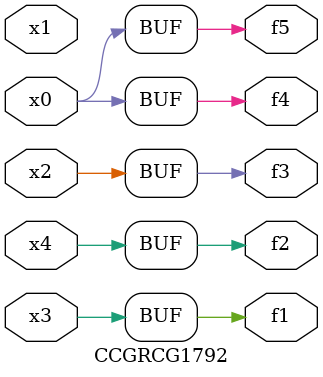
<source format=v>
module CCGRCG1792(
	input x0, x1, x2, x3, x4,
	output f1, f2, f3, f4, f5
);
	assign f1 = x3;
	assign f2 = x4;
	assign f3 = x2;
	assign f4 = x0;
	assign f5 = x0;
endmodule

</source>
